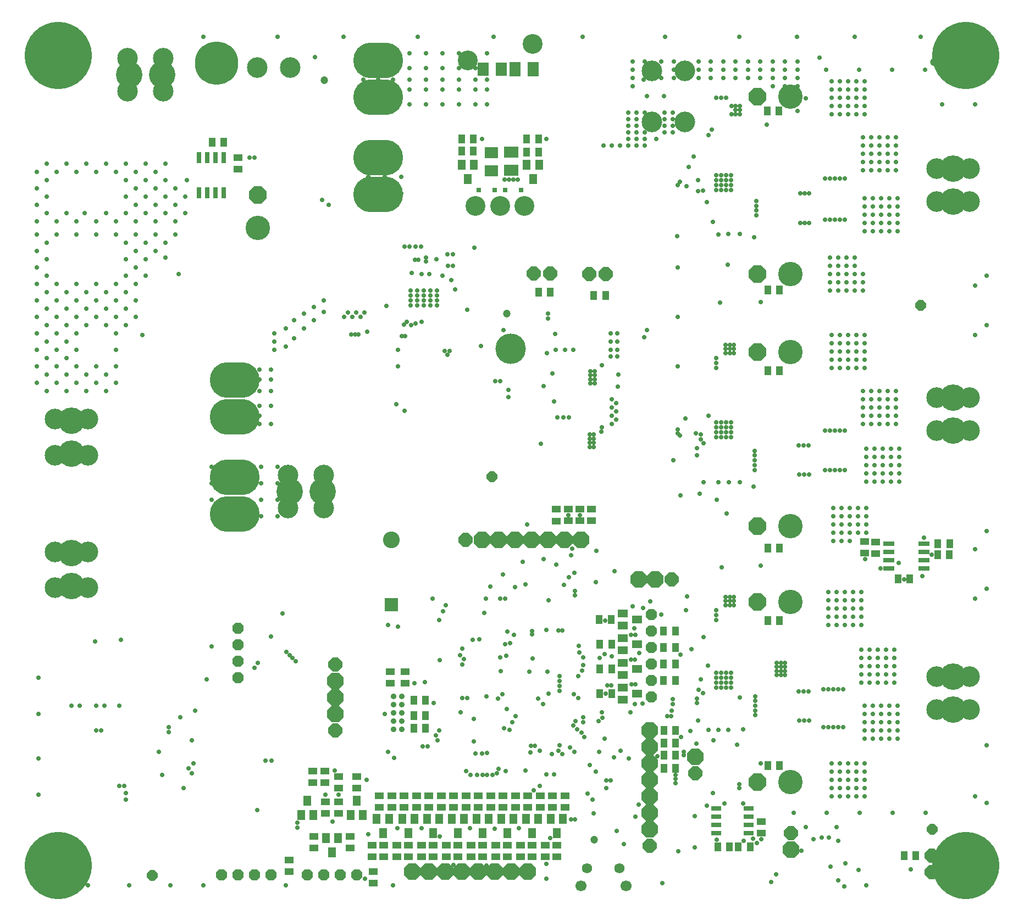
<source format=gbs>
G04*
G04 #@! TF.GenerationSoftware,Altium Limited,Altium Designer,19.0.11 (319)*
G04*
G04 Layer_Color=16711935*
%FSLAX25Y25*%
%MOIN*%
G70*
G01*
G75*
G04:AMPARAMS|DCode=109|XSize=47.37mil|YSize=47.37mil|CornerRadius=23.68mil|HoleSize=0mil|Usage=FLASHONLY|Rotation=0.000|XOffset=0mil|YOffset=0mil|HoleType=Round|Shape=RoundedRectangle|*
%AMROUNDEDRECTD109*
21,1,0.04737,0.00000,0,0,0.0*
21,1,0.00000,0.04737,0,0,0.0*
1,1,0.04737,0.00000,0.00000*
1,1,0.04737,0.00000,0.00000*
1,1,0.04737,0.00000,0.00000*
1,1,0.04737,0.00000,0.00000*
%
%ADD109ROUNDEDRECTD109*%
%ADD111R,0.06312X0.04737*%
%ADD117R,0.04737X0.06312*%
%ADD129R,0.05524X0.03950*%
%ADD130R,0.03950X0.05524*%
%ADD134C,0.02800*%
%ADD138P,0.07360X8X67.5*%
%ADD139P,0.11690X8X247.5*%
%ADD144P,0.07360X8X337.5*%
%ADD146P,0.11690X8X157.5*%
%ADD148P,0.09092X8X67.5*%
%ADD149P,0.09092X8X337.5*%
%ADD150R,0.08477X0.08477*%
%ADD154P,0.06866X8X67.5*%
%ADD197R,0.02965X0.06706*%
%ADD198R,0.07099X0.07887*%
%ADD199R,0.07099X0.08674*%
%ADD200R,0.07887X0.07099*%
%ADD201R,0.08674X0.07099*%
%ADD202R,0.06312X0.02847*%
%ADD203R,0.06706X0.02965*%
%ADD204R,0.03162X0.03162*%
%ADD205C,0.18422*%
%ADD206C,0.26296*%
%ADD207C,0.03524*%
%ADD208P,0.07360X8X67.5*%
%ADD209O,0.30236X0.21377*%
%ADD210C,0.12000*%
%ADD211C,0.12518*%
%ADD212C,0.40800*%
%ADD213P,0.07360X8X337.5*%
%ADD214C,0.16062*%
%ADD215C,0.14800*%
%ADD216P,0.10824X8X67.5*%
%ADD217P,0.10824X8X337.5*%
%ADD218C,0.10154*%
%ADD219C,0.06218*%
%ADD220C,0.06674*%
D109*
X383081Y53200D02*
D03*
X589066Y525200D02*
D03*
X330316Y372600D02*
D03*
X219631Y514270D02*
D03*
D111*
X409247Y186900D02*
D03*
X400585Y190640D02*
D03*
Y183160D02*
D03*
X409247Y171900D02*
D03*
X400585Y175640D02*
D03*
Y168160D02*
D03*
X409247Y156900D02*
D03*
X400585Y160640D02*
D03*
Y153160D02*
D03*
X409247Y141900D02*
D03*
X400585Y145640D02*
D03*
Y138160D02*
D03*
D117*
X360516Y57169D02*
D03*
X364256Y65831D02*
D03*
X356776D02*
D03*
X239216Y77131D02*
D03*
X235476Y68469D02*
D03*
X242956D02*
D03*
X209216Y77131D02*
D03*
X205476Y68469D02*
D03*
X212956D02*
D03*
X315516Y57169D02*
D03*
X319256Y65831D02*
D03*
X311776D02*
D03*
X220476Y54331D02*
D03*
X227956D02*
D03*
X224216Y45669D02*
D03*
X345516Y57169D02*
D03*
X349256Y65831D02*
D03*
X341776D02*
D03*
X346081Y454369D02*
D03*
X349821Y463031D02*
D03*
X342341D02*
D03*
X330516Y57169D02*
D03*
X334256Y65831D02*
D03*
X326776D02*
D03*
X306516Y454447D02*
D03*
X310256Y463109D02*
D03*
X302776D02*
D03*
X270516Y57169D02*
D03*
X274256Y65831D02*
D03*
X266776D02*
D03*
X285516Y57169D02*
D03*
X289256Y65831D02*
D03*
X281776D02*
D03*
X255081Y57200D02*
D03*
X258821Y65862D02*
D03*
X251341D02*
D03*
X300516Y57169D02*
D03*
X304256Y65831D02*
D03*
X296776D02*
D03*
D129*
X367516Y246857D02*
D03*
Y253943D02*
D03*
X313016Y72957D02*
D03*
Y80043D02*
D03*
X328016Y72957D02*
D03*
Y80043D02*
D03*
X553926Y226957D02*
D03*
Y234043D02*
D03*
X345516Y42957D02*
D03*
Y50043D02*
D03*
X220116Y76343D02*
D03*
Y69257D02*
D03*
X305516Y72957D02*
D03*
Y80043D02*
D03*
X249216Y26957D02*
D03*
Y34043D02*
D03*
X315516Y42957D02*
D03*
Y50043D02*
D03*
X167081Y460244D02*
D03*
Y467330D02*
D03*
X358016Y72957D02*
D03*
Y80043D02*
D03*
X350516Y72957D02*
D03*
Y80043D02*
D03*
X365516Y72957D02*
D03*
Y80043D02*
D03*
X547226Y234243D02*
D03*
Y227157D02*
D03*
X360516Y42957D02*
D03*
Y50043D02*
D03*
X235216Y48357D02*
D03*
Y55443D02*
D03*
X228316Y76343D02*
D03*
Y69257D02*
D03*
X198116Y41043D02*
D03*
Y33957D02*
D03*
X343016Y72957D02*
D03*
Y80043D02*
D03*
X360316Y253843D02*
D03*
Y246757D02*
D03*
X484726Y64443D02*
D03*
Y57357D02*
D03*
X323516Y50043D02*
D03*
Y42957D02*
D03*
X308516Y50043D02*
D03*
Y42957D02*
D03*
X283016Y72957D02*
D03*
Y80043D02*
D03*
X300516Y42957D02*
D03*
Y50043D02*
D03*
X278516D02*
D03*
Y42957D02*
D03*
X259516Y148357D02*
D03*
Y155443D02*
D03*
X335516Y72957D02*
D03*
Y80043D02*
D03*
X293516Y50043D02*
D03*
Y42957D02*
D03*
X228316Y91743D02*
D03*
Y84657D02*
D03*
X263516Y50043D02*
D03*
Y42957D02*
D03*
X268016Y72957D02*
D03*
Y80043D02*
D03*
X298016Y72957D02*
D03*
Y80043D02*
D03*
X320516Y72957D02*
D03*
Y80043D02*
D03*
X338516Y50043D02*
D03*
Y42957D02*
D03*
X330516D02*
D03*
Y50043D02*
D03*
X268716Y148357D02*
D03*
Y155443D02*
D03*
X275516Y72957D02*
D03*
Y80043D02*
D03*
X270516Y42957D02*
D03*
Y50043D02*
D03*
X219916Y95043D02*
D03*
Y87957D02*
D03*
X212716D02*
D03*
Y95043D02*
D03*
X239216Y84657D02*
D03*
Y91743D02*
D03*
X374516Y246857D02*
D03*
Y253943D02*
D03*
X290516Y72957D02*
D03*
Y80043D02*
D03*
X381616Y246857D02*
D03*
Y253943D02*
D03*
X285516Y42957D02*
D03*
Y50043D02*
D03*
X353516D02*
D03*
Y42957D02*
D03*
X260516Y72957D02*
D03*
Y80043D02*
D03*
X248516Y50043D02*
D03*
Y42957D02*
D03*
X255516D02*
D03*
Y50043D02*
D03*
X253016Y72957D02*
D03*
Y80043D02*
D03*
X213216Y55443D02*
D03*
Y48357D02*
D03*
D130*
X578159Y43500D02*
D03*
X571073D02*
D03*
X591673Y233110D02*
D03*
X598759D02*
D03*
X495659Y98300D02*
D03*
X488573D02*
D03*
X591573Y226410D02*
D03*
X598659D02*
D03*
X151495Y476700D02*
D03*
X158581D02*
D03*
X495559Y387100D02*
D03*
X488473D02*
D03*
X349427Y470700D02*
D03*
X342341D02*
D03*
X495659Y230300D02*
D03*
X488573D02*
D03*
X356624Y385700D02*
D03*
X349538D02*
D03*
X495659Y338100D02*
D03*
X488573D02*
D03*
X458283Y49000D02*
D03*
X465369D02*
D03*
X495659Y186400D02*
D03*
X488573D02*
D03*
X574669Y211500D02*
D03*
X567583D02*
D03*
X425583Y104600D02*
D03*
X432669D02*
D03*
X470683Y49000D02*
D03*
X477769D02*
D03*
X302776Y478778D02*
D03*
X309862D02*
D03*
X495159Y495600D02*
D03*
X488073D02*
D03*
X390112Y383700D02*
D03*
X383027D02*
D03*
X425483Y96700D02*
D03*
X432569D02*
D03*
X425483Y112000D02*
D03*
X432569D02*
D03*
X393759Y171900D02*
D03*
X386673D02*
D03*
X425373Y169900D02*
D03*
X432459D02*
D03*
X281059Y138000D02*
D03*
X273973D02*
D03*
X425373Y179900D02*
D03*
X432459D02*
D03*
X342341Y478700D02*
D03*
X349427D02*
D03*
X432459Y159900D02*
D03*
X425373D02*
D03*
X393459Y186900D02*
D03*
X386373D02*
D03*
X309862Y471278D02*
D03*
X302776D02*
D03*
X281059Y121100D02*
D03*
X273973D02*
D03*
X432569Y119700D02*
D03*
X425483D02*
D03*
X273973Y128600D02*
D03*
X281059D02*
D03*
X393759Y141900D02*
D03*
X386673D02*
D03*
X393759Y156900D02*
D03*
X386673D02*
D03*
X432459Y149900D02*
D03*
X425373D02*
D03*
D134*
X583916Y520700D02*
D03*
X561316Y464800D02*
D03*
Y479800D02*
D03*
X552316Y432800D02*
D03*
Y422800D02*
D03*
X561316Y320800D02*
D03*
Y310800D02*
D03*
X553316Y280800D02*
D03*
X568316D02*
D03*
X553316Y270800D02*
D03*
X568316D02*
D03*
X560316Y168800D02*
D03*
Y158800D02*
D03*
X552316Y119800D02*
D03*
Y134800D02*
D03*
X520016Y528000D02*
D03*
X537316Y503800D02*
D03*
X543916Y520700D02*
D03*
X529316Y454800D02*
D03*
X536316Y406800D02*
D03*
Y391800D02*
D03*
X537316Y344800D02*
D03*
Y359800D02*
D03*
X528316Y239800D02*
D03*
Y254800D02*
D03*
X545316Y183800D02*
D03*
Y198800D02*
D03*
X528316Y144800D02*
D03*
X545316Y168800D02*
D03*
Y158800D02*
D03*
X537316Y79800D02*
D03*
Y94800D02*
D03*
X521116Y54600D02*
D03*
X535416Y39100D02*
D03*
X511416Y503200D02*
D03*
X487816Y487400D02*
D03*
X496416Y160700D02*
D03*
X513216Y143300D02*
D03*
X496416Y158200D02*
D03*
X457316Y503800D02*
D03*
X471416Y496200D02*
D03*
X457316Y447800D02*
D03*
Y456800D02*
D03*
X481606Y432300D02*
D03*
Y438100D02*
D03*
X457316Y342800D02*
D03*
X465416Y351200D02*
D03*
X457316Y303800D02*
D03*
X480716Y280500D02*
D03*
X465016Y270200D02*
D03*
X471716Y270300D02*
D03*
X480716Y286500D02*
D03*
X457316Y192800D02*
D03*
X465416Y200700D02*
D03*
Y198200D02*
D03*
X457316Y151800D02*
D03*
X464516Y119900D02*
D03*
X473716Y120300D02*
D03*
X480916Y134500D02*
D03*
X425716Y504700D02*
D03*
X425916Y494700D02*
D03*
X431416Y520700D02*
D03*
X425916Y486700D02*
D03*
X449116Y447200D02*
D03*
X433916Y400700D02*
D03*
X447916Y296400D02*
D03*
X449716Y270200D02*
D03*
Y176400D02*
D03*
X449116Y142200D02*
D03*
X447916Y150600D02*
D03*
X441516Y119300D02*
D03*
X434116Y46200D02*
D03*
X408916Y494700D02*
D03*
Y486700D02*
D03*
Y478700D02*
D03*
X393916Y320700D02*
D03*
Y310700D02*
D03*
X408016Y135800D02*
D03*
X359916Y350700D02*
D03*
X359416Y360200D02*
D03*
X383416Y335200D02*
D03*
X376616Y159400D02*
D03*
X376516Y127600D02*
D03*
X375616Y118300D02*
D03*
X384116Y94700D02*
D03*
X352416Y328700D02*
D03*
X352516Y223650D02*
D03*
X327916Y214200D02*
D03*
X329116Y199800D02*
D03*
X335716Y128200D02*
D03*
X345016Y110400D02*
D03*
X329516Y95100D02*
D03*
X354116Y38700D02*
D03*
X297716Y408500D02*
D03*
X295716Y350100D02*
D03*
X320316Y206900D02*
D03*
X305416Y95100D02*
D03*
X281216Y406500D02*
D03*
X271916Y383700D02*
D03*
X279916D02*
D03*
X287916D02*
D03*
X264081Y350700D02*
D03*
X263081Y317700D02*
D03*
X264216Y182500D02*
D03*
X289416Y55300D02*
D03*
X226016Y95400D02*
D03*
X224416Y64400D02*
D03*
X584316Y69800D02*
D03*
X561316Y474800D02*
D03*
Y469800D02*
D03*
Y459800D02*
D03*
X552316Y442800D02*
D03*
Y437800D02*
D03*
Y427800D02*
D03*
X561316Y325800D02*
D03*
Y315800D02*
D03*
Y305800D02*
D03*
X553316Y290800D02*
D03*
X568316D02*
D03*
X553316Y285800D02*
D03*
X568316D02*
D03*
X553316Y275800D02*
D03*
X568316D02*
D03*
X567916Y221400D02*
D03*
X560316Y163800D02*
D03*
Y153800D02*
D03*
Y148800D02*
D03*
X552316Y129800D02*
D03*
Y124800D02*
D03*
Y114800D02*
D03*
X537316Y513800D02*
D03*
Y508800D02*
D03*
Y498800D02*
D03*
Y493800D02*
D03*
X529316Y429800D02*
D03*
X536316Y401800D02*
D03*
Y396800D02*
D03*
Y386800D02*
D03*
X537316Y354800D02*
D03*
Y349800D02*
D03*
Y339800D02*
D03*
X529316Y301800D02*
D03*
Y277800D02*
D03*
X528316Y249800D02*
D03*
Y244800D02*
D03*
Y234800D02*
D03*
X545316Y203800D02*
D03*
Y193800D02*
D03*
Y188800D02*
D03*
Y163800D02*
D03*
Y153800D02*
D03*
Y148800D02*
D03*
X528316Y121800D02*
D03*
X537316Y99800D02*
D03*
Y89800D02*
D03*
Y84800D02*
D03*
X544316Y69800D02*
D03*
X543716Y35100D02*
D03*
X513416Y445700D02*
D03*
X513616Y427800D02*
D03*
X513316Y292800D02*
D03*
X513416Y275000D02*
D03*
X496416Y155700D02*
D03*
Y153200D02*
D03*
X513416Y125500D02*
D03*
X504316Y69800D02*
D03*
X511716Y60900D02*
D03*
X471416Y498700D02*
D03*
Y493700D02*
D03*
X457316Y450800D02*
D03*
Y453800D02*
D03*
X481706Y441000D02*
D03*
X481606Y435200D02*
D03*
X480116Y418900D02*
D03*
X464516Y420900D02*
D03*
X471716Y421100D02*
D03*
X464116Y402400D02*
D03*
X465416Y353700D02*
D03*
X457316Y345800D02*
D03*
X465416Y348700D02*
D03*
X457316Y339800D02*
D03*
Y306800D02*
D03*
Y297800D02*
D03*
Y300800D02*
D03*
X480716Y289400D02*
D03*
Y283500D02*
D03*
Y277800D02*
D03*
X480016Y267800D02*
D03*
X457416Y259800D02*
D03*
X463416Y251400D02*
D03*
X465416Y195700D02*
D03*
X457316Y186800D02*
D03*
Y189800D02*
D03*
Y154800D02*
D03*
Y145800D02*
D03*
Y148800D02*
D03*
X471516Y139800D02*
D03*
X480916Y140300D02*
D03*
Y137500D02*
D03*
Y131500D02*
D03*
Y129000D02*
D03*
X455716Y113500D02*
D03*
X481816Y51300D02*
D03*
X457516Y53400D02*
D03*
X473816Y52800D02*
D03*
X479616Y54000D02*
D03*
X423916Y525700D02*
D03*
X431416D02*
D03*
X423916Y515700D02*
D03*
X431416D02*
D03*
X425916Y490700D02*
D03*
Y482700D02*
D03*
X433616Y419600D02*
D03*
X433916Y370700D02*
D03*
Y340700D02*
D03*
X447816Y299400D02*
D03*
X449716Y294000D02*
D03*
X439616Y201000D02*
D03*
X423916Y190000D02*
D03*
X432616Y90200D02*
D03*
X424516Y27000D02*
D03*
X408916Y490700D02*
D03*
Y482700D02*
D03*
X393916Y474700D02*
D03*
X408916D02*
D03*
X393916Y315700D02*
D03*
Y305700D02*
D03*
X417316Y198000D02*
D03*
X407416Y181800D02*
D03*
X407816Y162550D02*
D03*
X393816Y164500D02*
D03*
X393216Y89200D02*
D03*
X408316Y67200D02*
D03*
X401216Y50700D02*
D03*
X383416Y337700D02*
D03*
Y330200D02*
D03*
Y332700D02*
D03*
X367516Y250400D02*
D03*
X369116Y225900D02*
D03*
X369916Y229900D02*
D03*
X384516Y228800D02*
D03*
X360316Y220200D02*
D03*
X384316Y209800D02*
D03*
X367816Y212800D02*
D03*
X376716Y163900D02*
D03*
X375816Y156100D02*
D03*
X376516Y124800D02*
D03*
X385916Y125400D02*
D03*
X361616Y107400D02*
D03*
X368716Y109200D02*
D03*
X329216Y172100D02*
D03*
X345916Y163400D02*
D03*
X329916Y164900D02*
D03*
X343916Y155400D02*
D03*
X344416Y106200D02*
D03*
X337516Y60400D02*
D03*
X297616Y401500D02*
D03*
X296616Y392900D02*
D03*
X304216Y163100D02*
D03*
X306081Y139300D02*
D03*
X312216Y92500D02*
D03*
X321416D02*
D03*
X298016Y37900D02*
D03*
X281216Y404400D02*
D03*
X287416Y405500D02*
D03*
X272416Y397200D02*
D03*
X271916Y386700D02*
D03*
X279916D02*
D03*
X287916D02*
D03*
X271916Y377700D02*
D03*
X279916D02*
D03*
X287916D02*
D03*
X271916Y380700D02*
D03*
X279916D02*
D03*
X287916D02*
D03*
X272316Y365800D02*
D03*
X289316Y186500D02*
D03*
X289616Y162200D02*
D03*
X280616Y149100D02*
D03*
X263916Y60300D02*
D03*
X257316Y377400D02*
D03*
X241416Y370700D02*
D03*
X233916Y373200D02*
D03*
X231416Y370700D02*
D03*
X614316Y359800D02*
D03*
Y199800D02*
D03*
Y79800D02*
D03*
X563916Y520700D02*
D03*
X566316Y464800D02*
D03*
Y479800D02*
D03*
X562316Y432800D02*
D03*
X567316D02*
D03*
X562316Y422800D02*
D03*
X567316D02*
D03*
X566316Y320800D02*
D03*
Y310800D02*
D03*
X563316Y280800D02*
D03*
Y270800D02*
D03*
X565316Y168800D02*
D03*
Y158800D02*
D03*
X562316Y119800D02*
D03*
Y134800D02*
D03*
X567316Y119800D02*
D03*
Y134800D02*
D03*
X556316Y464800D02*
D03*
Y479800D02*
D03*
X557316Y422800D02*
D03*
X556316Y320800D02*
D03*
Y310800D02*
D03*
X558316Y280800D02*
D03*
Y270800D02*
D03*
X555316Y168800D02*
D03*
Y158800D02*
D03*
X557316Y119800D02*
D03*
Y134800D02*
D03*
X547316Y503800D02*
D03*
X546316Y464800D02*
D03*
Y479800D02*
D03*
X551316Y464800D02*
D03*
Y479800D02*
D03*
X547316Y432800D02*
D03*
Y422800D02*
D03*
X546316Y391800D02*
D03*
X547316Y344800D02*
D03*
Y359800D02*
D03*
X546316Y320800D02*
D03*
Y310800D02*
D03*
X551316Y320800D02*
D03*
Y310800D02*
D03*
X548316Y280800D02*
D03*
Y270800D02*
D03*
Y239800D02*
D03*
Y254800D02*
D03*
X547426Y223500D02*
D03*
X550316Y168800D02*
D03*
Y158800D02*
D03*
X547316Y119800D02*
D03*
Y134800D02*
D03*
Y79800D02*
D03*
Y94800D02*
D03*
X542316Y503800D02*
D03*
X541316Y406800D02*
D03*
Y391800D02*
D03*
X542316Y344800D02*
D03*
Y359800D02*
D03*
X538316Y239800D02*
D03*
Y254800D02*
D03*
X543316Y239800D02*
D03*
Y254800D02*
D03*
X540316Y183800D02*
D03*
Y198800D02*
D03*
X542316Y79800D02*
D03*
Y94800D02*
D03*
X532316Y503800D02*
D03*
Y454800D02*
D03*
X535316D02*
D03*
X531316Y406800D02*
D03*
Y391800D02*
D03*
X532316Y344800D02*
D03*
Y359800D02*
D03*
X533316Y239800D02*
D03*
Y254800D02*
D03*
X530316Y183800D02*
D03*
Y198800D02*
D03*
X535316Y183800D02*
D03*
Y198800D02*
D03*
X531316Y144800D02*
D03*
X534316D02*
D03*
X532316Y79800D02*
D03*
Y94800D02*
D03*
X523916Y520700D02*
D03*
X527316Y503800D02*
D03*
X523316Y454800D02*
D03*
X526316D02*
D03*
Y406800D02*
D03*
Y391800D02*
D03*
X527316Y344800D02*
D03*
Y359800D02*
D03*
X525316Y183800D02*
D03*
Y198800D02*
D03*
X522316Y144800D02*
D03*
X525316D02*
D03*
X527316Y79800D02*
D03*
Y94800D02*
D03*
X525416Y54700D02*
D03*
X506416Y495700D02*
D03*
Y520700D02*
D03*
Y510700D02*
D03*
X507216Y143300D02*
D03*
X510216D02*
D03*
X509016Y46600D02*
D03*
X498916Y520700D02*
D03*
Y510700D02*
D03*
Y160700D02*
D03*
Y158200D02*
D03*
X491416Y520700D02*
D03*
Y510700D02*
D03*
X493916Y160700D02*
D03*
Y158200D02*
D03*
X493516Y32300D02*
D03*
X483916Y520700D02*
D03*
X476416D02*
D03*
X468916Y496200D02*
D03*
Y520700D02*
D03*
X466316Y447800D02*
D03*
Y456800D02*
D03*
X467916Y351200D02*
D03*
X466316Y303800D02*
D03*
X467916Y200700D02*
D03*
Y198200D02*
D03*
X466316Y151800D02*
D03*
X469916Y111000D02*
D03*
X460316Y503800D02*
D03*
X463316D02*
D03*
X461416Y520700D02*
D03*
X460316Y447800D02*
D03*
Y456800D02*
D03*
X463316Y447800D02*
D03*
Y456800D02*
D03*
X462916Y351200D02*
D03*
X460316Y303800D02*
D03*
X463316D02*
D03*
X458616Y270200D02*
D03*
X462916Y200700D02*
D03*
Y198200D02*
D03*
X460316Y151800D02*
D03*
X463316D02*
D03*
X458716Y119900D02*
D03*
X453916Y520700D02*
D03*
X451516Y440400D02*
D03*
X452716Y310800D02*
D03*
X452116Y159000D02*
D03*
X452516Y119900D02*
D03*
X446416Y520700D02*
D03*
X446116Y447000D02*
D03*
X445516Y286800D02*
D03*
X447316Y263400D02*
D03*
X446716Y144200D02*
D03*
X445316Y111700D02*
D03*
X445516Y136300D02*
D03*
X435616Y262400D02*
D03*
X438916Y192500D02*
D03*
X430916Y494700D02*
D03*
Y486700D02*
D03*
X427716Y128400D02*
D03*
X430816Y135600D02*
D03*
X420916Y478700D02*
D03*
X415216Y504700D02*
D03*
X413916Y494700D02*
D03*
Y478700D02*
D03*
X413416Y358400D02*
D03*
X410416Y166600D02*
D03*
X412516Y136000D02*
D03*
X403916Y494700D02*
D03*
X406416Y520700D02*
D03*
Y510700D02*
D03*
X403916Y486700D02*
D03*
Y478700D02*
D03*
X397916Y335700D02*
D03*
X396416Y318200D02*
D03*
X397616Y328200D02*
D03*
X395516Y216200D02*
D03*
X387916Y303700D02*
D03*
X388116Y127400D02*
D03*
X380916Y335200D02*
D03*
X380416Y296700D02*
D03*
Y294200D02*
D03*
X382916D02*
D03*
X370416Y350700D02*
D03*
X371116Y215400D02*
D03*
X373716Y152800D02*
D03*
X374216Y167000D02*
D03*
X373016Y120400D02*
D03*
X365416Y350700D02*
D03*
X365016Y208100D02*
D03*
X362216Y110700D02*
D03*
X357916Y336200D02*
D03*
X358916Y319200D02*
D03*
X355516Y198600D02*
D03*
Y142100D02*
D03*
X356416Y54200D02*
D03*
X350316Y86100D02*
D03*
X341716Y208400D02*
D03*
Y95400D02*
D03*
X331316Y326200D02*
D03*
X335216Y206800D02*
D03*
X331816Y120000D02*
D03*
X315316Y478800D02*
D03*
X326116Y199800D02*
D03*
X316516Y191000D02*
D03*
X317716Y199800D02*
D03*
X306216Y375000D02*
D03*
X303216Y159600D02*
D03*
X294316Y408500D02*
D03*
X292516Y350100D02*
D03*
X291716Y191900D02*
D03*
X283916Y383700D02*
D03*
X286016Y136400D02*
D03*
X275916Y383700D02*
D03*
X274916Y366600D02*
D03*
X278516Y367600D02*
D03*
X256081Y129700D02*
D03*
X246316Y56500D02*
D03*
X238116Y360100D02*
D03*
X228316Y80600D02*
D03*
X220116D02*
D03*
X213916Y528200D02*
D03*
X203116Y63500D02*
D03*
X178916Y71200D02*
D03*
X614316Y499800D02*
D03*
Y389800D02*
D03*
Y229800D02*
D03*
X594316Y499800D02*
D03*
X582226Y213400D02*
D03*
X571116Y211200D02*
D03*
X575216Y35200D02*
D03*
X566316Y474800D02*
D03*
Y469800D02*
D03*
Y459800D02*
D03*
X562316Y442800D02*
D03*
X567316D02*
D03*
X562316Y437800D02*
D03*
X567316D02*
D03*
X562316Y427800D02*
D03*
X567316D02*
D03*
X566316Y325800D02*
D03*
Y315800D02*
D03*
Y305800D02*
D03*
X563316Y290800D02*
D03*
Y285800D02*
D03*
Y275800D02*
D03*
X565316Y163800D02*
D03*
Y153800D02*
D03*
Y148800D02*
D03*
X562316Y129800D02*
D03*
X567316D02*
D03*
X562316Y124800D02*
D03*
X567316D02*
D03*
X562316Y114800D02*
D03*
X567316D02*
D03*
X564316Y69800D02*
D03*
X556316Y474800D02*
D03*
Y469800D02*
D03*
Y459800D02*
D03*
X557316Y442800D02*
D03*
Y437800D02*
D03*
Y427800D02*
D03*
X556316Y325800D02*
D03*
Y315800D02*
D03*
Y305800D02*
D03*
X558316Y290800D02*
D03*
Y285800D02*
D03*
Y275800D02*
D03*
X556926Y218000D02*
D03*
X555316Y163800D02*
D03*
Y153800D02*
D03*
Y148800D02*
D03*
X557316Y129800D02*
D03*
Y124800D02*
D03*
Y114800D02*
D03*
X547316Y513800D02*
D03*
Y508800D02*
D03*
Y498800D02*
D03*
Y493800D02*
D03*
X546316Y474800D02*
D03*
X551316D02*
D03*
X546316Y469800D02*
D03*
X551316D02*
D03*
X546316Y459800D02*
D03*
X551316D02*
D03*
X547316Y442800D02*
D03*
Y437800D02*
D03*
Y427800D02*
D03*
X546316Y396800D02*
D03*
Y386800D02*
D03*
X547316Y354800D02*
D03*
Y349800D02*
D03*
Y339800D02*
D03*
X546316Y325800D02*
D03*
X551316D02*
D03*
X546316Y315800D02*
D03*
X551316D02*
D03*
X546316Y305800D02*
D03*
X551316D02*
D03*
X548316Y290800D02*
D03*
Y285800D02*
D03*
Y275800D02*
D03*
Y249800D02*
D03*
Y244800D02*
D03*
X550316Y163800D02*
D03*
Y153800D02*
D03*
Y148800D02*
D03*
X547316Y129800D02*
D03*
Y124800D02*
D03*
Y114800D02*
D03*
Y99800D02*
D03*
Y89800D02*
D03*
Y84800D02*
D03*
X548216Y25500D02*
D03*
X542316Y513800D02*
D03*
Y508800D02*
D03*
Y498800D02*
D03*
Y493800D02*
D03*
X541316Y401800D02*
D03*
Y396800D02*
D03*
Y386800D02*
D03*
X542316Y354800D02*
D03*
Y349800D02*
D03*
Y339800D02*
D03*
X538316Y249800D02*
D03*
X543316D02*
D03*
X538316Y244800D02*
D03*
X543316D02*
D03*
X538316Y234800D02*
D03*
X540316Y203800D02*
D03*
Y193800D02*
D03*
Y188800D02*
D03*
X542316Y99800D02*
D03*
Y89800D02*
D03*
Y84800D02*
D03*
X532316Y513800D02*
D03*
Y508800D02*
D03*
Y498800D02*
D03*
Y493800D02*
D03*
Y429800D02*
D03*
X535316D02*
D03*
X531316Y401800D02*
D03*
Y396800D02*
D03*
Y386800D02*
D03*
X532316Y354800D02*
D03*
Y349800D02*
D03*
Y339800D02*
D03*
Y301800D02*
D03*
X535316D02*
D03*
X532316Y277800D02*
D03*
X535316D02*
D03*
X533316Y249800D02*
D03*
Y244800D02*
D03*
Y234800D02*
D03*
X530316Y203800D02*
D03*
X535316D02*
D03*
X530316Y193800D02*
D03*
X535316D02*
D03*
X530316Y188800D02*
D03*
X535316D02*
D03*
X531316Y121800D02*
D03*
X534316D02*
D03*
X532316Y99800D02*
D03*
Y89800D02*
D03*
Y84800D02*
D03*
X530316Y61000D02*
D03*
X531316Y52700D02*
D03*
X531216Y28700D02*
D03*
X534916Y25100D02*
D03*
X527316Y513800D02*
D03*
Y508800D02*
D03*
Y498800D02*
D03*
Y493800D02*
D03*
X523316Y429800D02*
D03*
X526316D02*
D03*
Y401800D02*
D03*
Y396800D02*
D03*
Y386800D02*
D03*
X527316Y354800D02*
D03*
Y349800D02*
D03*
Y339800D02*
D03*
X523316Y301800D02*
D03*
X526316D02*
D03*
X523316Y277800D02*
D03*
X526316D02*
D03*
X525316Y203800D02*
D03*
Y193800D02*
D03*
Y188800D02*
D03*
X522316Y121800D02*
D03*
X525316D02*
D03*
X527316Y99800D02*
D03*
Y89800D02*
D03*
Y84800D02*
D03*
X524316Y69800D02*
D03*
X526416Y36900D02*
D03*
X516316Y53700D02*
D03*
X506416Y525700D02*
D03*
Y515700D02*
D03*
X508116Y445700D02*
D03*
X510816D02*
D03*
X508316Y427800D02*
D03*
X511016D02*
D03*
X507316Y292800D02*
D03*
X510316D02*
D03*
X507416Y275000D02*
D03*
X510416D02*
D03*
X507416Y125500D02*
D03*
X510416D02*
D03*
X498916Y525700D02*
D03*
Y515700D02*
D03*
Y155700D02*
D03*
Y153200D02*
D03*
X491416Y525700D02*
D03*
Y515700D02*
D03*
X493916Y155700D02*
D03*
Y153200D02*
D03*
X490516Y27600D02*
D03*
X483916Y525700D02*
D03*
Y515700D02*
D03*
X484316Y379800D02*
D03*
Y219800D02*
D03*
Y99800D02*
D03*
X484516Y53700D02*
D03*
X476416Y525700D02*
D03*
Y515700D02*
D03*
X468916Y525700D02*
D03*
Y515700D02*
D03*
X466416Y498700D02*
D03*
X468916D02*
D03*
X466416Y493700D02*
D03*
X468916D02*
D03*
X466316Y450800D02*
D03*
Y453800D02*
D03*
X467916Y353700D02*
D03*
Y348700D02*
D03*
X466316Y306800D02*
D03*
Y297800D02*
D03*
Y300800D02*
D03*
X467916Y195700D02*
D03*
X466316Y154800D02*
D03*
Y145800D02*
D03*
Y148800D02*
D03*
X461416Y525700D02*
D03*
Y515700D02*
D03*
X460316Y450800D02*
D03*
Y453800D02*
D03*
X463316Y450800D02*
D03*
Y453800D02*
D03*
X458616Y420800D02*
D03*
X459616Y379200D02*
D03*
X462916Y353700D02*
D03*
Y348700D02*
D03*
X460316Y306800D02*
D03*
X463316D02*
D03*
X460316Y297800D02*
D03*
Y300800D02*
D03*
X463316Y297800D02*
D03*
Y300800D02*
D03*
X460416Y218500D02*
D03*
X462916Y195700D02*
D03*
X460316Y154800D02*
D03*
X463316D02*
D03*
X460316Y145800D02*
D03*
Y148800D02*
D03*
X463316Y145800D02*
D03*
Y148800D02*
D03*
X462116Y75200D02*
D03*
X453916Y525700D02*
D03*
Y515700D02*
D03*
X452616Y481100D02*
D03*
X454616Y484400D02*
D03*
X455316Y428400D02*
D03*
Y81800D02*
D03*
X451716Y73900D02*
D03*
X446416Y525700D02*
D03*
Y515700D02*
D03*
X443716Y467850D02*
D03*
X446116Y453600D02*
D03*
X444916Y300000D02*
D03*
X445516Y291000D02*
D03*
X442316Y169000D02*
D03*
X446116Y125800D02*
D03*
X439116Y450000D02*
D03*
X438716Y309000D02*
D03*
X435716Y165500D02*
D03*
X435816Y115800D02*
D03*
X430916Y490700D02*
D03*
Y482700D02*
D03*
X431216Y283600D02*
D03*
X430816Y138600D02*
D03*
X430116Y131700D02*
D03*
X413916Y525700D02*
D03*
X413081Y514700D02*
D03*
X413916Y482700D02*
D03*
Y474700D02*
D03*
X415116Y362700D02*
D03*
X412916Y193900D02*
D03*
X410216Y74700D02*
D03*
X406416Y525700D02*
D03*
Y515700D02*
D03*
X403916Y490700D02*
D03*
Y482700D02*
D03*
Y474700D02*
D03*
X406716Y194900D02*
D03*
X405316Y130600D02*
D03*
X398916Y474700D02*
D03*
X396416Y313200D02*
D03*
Y308200D02*
D03*
X396916Y58800D02*
D03*
X388916Y474700D02*
D03*
X387916Y341200D02*
D03*
X387616Y300900D02*
D03*
X389916Y186400D02*
D03*
X386616Y163500D02*
D03*
X389516Y166000D02*
D03*
X390216Y141900D02*
D03*
X387916Y130500D02*
D03*
X390416Y89200D02*
D03*
Y84600D02*
D03*
X380916Y337700D02*
D03*
Y330200D02*
D03*
Y332700D02*
D03*
X380416Y291700D02*
D03*
Y98500D02*
D03*
X379216Y81400D02*
D03*
X382316Y77500D02*
D03*
X382816Y69400D02*
D03*
X374516Y250400D02*
D03*
X371516Y204300D02*
D03*
X371416Y201600D02*
D03*
X374016Y170900D02*
D03*
X370916Y141600D02*
D03*
X373716Y139200D02*
D03*
X370516Y122600D02*
D03*
X372016Y125200D02*
D03*
X371116Y106800D02*
D03*
X363816Y105200D02*
D03*
X354416Y348700D02*
D03*
X354216Y180700D02*
D03*
X354816Y155400D02*
D03*
X357416Y105200D02*
D03*
X354316Y93000D02*
D03*
X358816D02*
D03*
X354316Y29800D02*
D03*
X350116Y107200D02*
D03*
X346716Y83200D02*
D03*
X342616Y244800D02*
D03*
X339916Y222000D02*
D03*
X331216Y321900D02*
D03*
X330616Y179700D02*
D03*
X334716Y177800D02*
D03*
X332316Y172800D02*
D03*
X333616Y124700D02*
D03*
X326116Y164000D02*
D03*
X326416Y155700D02*
D03*
X322816Y60100D02*
D03*
X328081Y362700D02*
D03*
X314716Y353000D02*
D03*
X318016Y140300D02*
D03*
X315516Y92500D02*
D03*
X318316D02*
D03*
X318016Y37800D02*
D03*
X308116Y92500D02*
D03*
X308016Y60200D02*
D03*
X299016Y387300D02*
D03*
X303166Y139300D02*
D03*
X294416Y401500D02*
D03*
X291116Y395600D02*
D03*
X294116Y347800D02*
D03*
X293216Y195500D02*
D03*
X283216Y396800D02*
D03*
X283916Y386700D02*
D03*
Y377700D02*
D03*
Y380700D02*
D03*
X274916Y413400D02*
D03*
X278216D02*
D03*
X274616Y405400D02*
D03*
X276716D02*
D03*
X278716Y396700D02*
D03*
X275916Y386700D02*
D03*
Y377700D02*
D03*
Y380700D02*
D03*
X274316Y148300D02*
D03*
X278516Y60400D02*
D03*
X268116Y413200D02*
D03*
X271316Y413300D02*
D03*
X243916Y373200D02*
D03*
X245716Y361500D02*
D03*
X245316Y89600D02*
D03*
X244316Y29800D02*
D03*
X236416Y370700D02*
D03*
X238916Y373200D02*
D03*
X203081Y60700D02*
D03*
X337016Y454000D02*
D03*
X328816D02*
D03*
X331616D02*
D03*
X334216D02*
D03*
X354081Y478700D02*
D03*
X109081Y359700D02*
D03*
X268081Y313700D02*
D03*
X264081Y340700D02*
D03*
X310716Y412800D02*
D03*
X302016Y165300D02*
D03*
X303116Y169300D02*
D03*
X313416Y175000D02*
D03*
X325116Y96200D02*
D03*
X583316Y236600D02*
D03*
X309716Y174600D02*
D03*
X324116Y93500D02*
D03*
X588016Y226200D02*
D03*
X174081Y467330D02*
D03*
X177081D02*
D03*
X218081Y441700D02*
D03*
X222081Y438700D02*
D03*
X131081Y396700D02*
D03*
X95081Y86094D02*
D03*
X121081Y92700D02*
D03*
X134081Y84700D02*
D03*
X125081Y118700D02*
D03*
X183816Y101200D02*
D03*
X395116Y103200D02*
D03*
X352216Y135600D02*
D03*
X404116Y102600D02*
D03*
X399316Y107400D02*
D03*
X349316Y139000D02*
D03*
X140081Y99700D02*
D03*
X137081Y96700D02*
D03*
X119081Y106700D02*
D03*
X386081D02*
D03*
X377116Y115800D02*
D03*
X389716Y114600D02*
D03*
X318316Y106000D02*
D03*
X310081Y112968D02*
D03*
X330334Y132782D02*
D03*
X311081Y105700D02*
D03*
X315081D02*
D03*
X310081Y126700D02*
D03*
X328416Y121000D02*
D03*
X325016Y138900D02*
D03*
X327616Y141800D02*
D03*
X139081Y113700D02*
D03*
Y93700D02*
D03*
X125081Y121700D02*
D03*
X285216Y199600D02*
D03*
X258081Y183700D02*
D03*
X362316Y152600D02*
D03*
Y149700D02*
D03*
Y146800D02*
D03*
Y143600D02*
D03*
X196566Y167216D02*
D03*
X179081Y160700D02*
D03*
X80531Y173700D02*
D03*
X177081Y157700D02*
D03*
X258081Y106700D02*
D03*
X262016Y103000D02*
D03*
X81081Y119700D02*
D03*
X84081D02*
D03*
X141081Y131700D02*
D03*
X132081Y127700D02*
D03*
X71081Y134700D02*
D03*
X151081Y170700D02*
D03*
X148081Y150700D02*
D03*
X95081Y134700D02*
D03*
X86081D02*
D03*
X81081D02*
D03*
X66081D02*
D03*
X96081Y174700D02*
D03*
X45081Y458700D02*
D03*
Y448700D02*
D03*
Y438700D02*
D03*
Y428700D02*
D03*
X51081Y463700D02*
D03*
Y453700D02*
D03*
Y443700D02*
D03*
Y433700D02*
D03*
X57081Y428700D02*
D03*
Y458700D02*
D03*
X63081Y463700D02*
D03*
Y433700D02*
D03*
X69081Y428700D02*
D03*
Y458700D02*
D03*
X75081Y463700D02*
D03*
X74081Y433700D02*
D03*
X81081Y428700D02*
D03*
X87081Y433700D02*
D03*
X93081Y428700D02*
D03*
X99081Y433700D02*
D03*
X81081Y458700D02*
D03*
X87081Y463700D02*
D03*
X93081Y458700D02*
D03*
X99081Y463700D02*
D03*
Y453700D02*
D03*
Y443700D02*
D03*
X105081Y428700D02*
D03*
X111081Y433700D02*
D03*
X117081Y428700D02*
D03*
X123081Y433700D02*
D03*
X129081Y428700D02*
D03*
X105081Y438700D02*
D03*
Y448700D02*
D03*
Y458700D02*
D03*
X111081Y443700D02*
D03*
Y453700D02*
D03*
Y463700D02*
D03*
X117081Y458700D02*
D03*
Y448700D02*
D03*
Y438700D02*
D03*
X123081Y443700D02*
D03*
Y453700D02*
D03*
Y463700D02*
D03*
X129081Y438700D02*
D03*
Y448700D02*
D03*
X135081Y433700D02*
D03*
Y443700D02*
D03*
X136081Y453700D02*
D03*
X364416Y309700D02*
D03*
X360916D02*
D03*
X367916D02*
D03*
X380416Y299200D02*
D03*
X382916Y296700D02*
D03*
Y291700D02*
D03*
X350897Y293600D02*
D03*
X382916Y299200D02*
D03*
X194081Y190700D02*
D03*
X198404Y165377D02*
D03*
X202081Y161700D02*
D03*
X200242Y163539D02*
D03*
X302081Y130700D02*
D03*
X289081Y119700D02*
D03*
X187081Y176700D02*
D03*
X444081Y67700D02*
D03*
Y48700D02*
D03*
X473716Y75300D02*
D03*
X326081Y331700D02*
D03*
X323081D02*
D03*
X355081Y369700D02*
D03*
Y372700D02*
D03*
X187416Y101200D02*
D03*
X279081Y109900D02*
D03*
X287081Y116700D02*
D03*
X288081Y113700D02*
D03*
X282066Y109900D02*
D03*
X361416Y180350D02*
D03*
X98081Y86094D02*
D03*
X99081Y81700D02*
D03*
Y77700D02*
D03*
X393081Y360700D02*
D03*
X397081D02*
D03*
X393081Y355700D02*
D03*
X397081D02*
D03*
X393081Y350700D02*
D03*
X397081D02*
D03*
X393081Y346700D02*
D03*
X397081D02*
D03*
X240316Y360100D02*
D03*
X236016D02*
D03*
X267916Y366000D02*
D03*
X269416Y367500D02*
D03*
X268616Y358900D02*
D03*
X266416D02*
D03*
X391266Y147100D02*
D03*
X405716Y177550D02*
D03*
X408310Y177715D02*
D03*
X445401Y138986D02*
D03*
X371566Y65800D02*
D03*
X437716Y106800D02*
D03*
X471316Y84700D02*
D03*
X421516Y104100D02*
D03*
X471316Y86900D02*
D03*
X369266Y65800D02*
D03*
X440716Y461600D02*
D03*
X433916Y450550D02*
D03*
X435316Y452650D02*
D03*
X433916Y300150D02*
D03*
X435316Y298550D02*
D03*
X433916Y302250D02*
D03*
X430016Y128400D02*
D03*
X347316Y110400D02*
D03*
X363816Y180350D02*
D03*
X393666Y147100D02*
D03*
X406016Y147550D02*
D03*
X405516Y162550D02*
D03*
X432616Y87800D02*
D03*
Y92500D02*
D03*
X437716Y104600D02*
D03*
X345616Y177950D02*
D03*
X408081Y147700D02*
D03*
X345616Y180150D02*
D03*
X45081Y420700D02*
D03*
Y410700D02*
D03*
Y400700D02*
D03*
Y390700D02*
D03*
Y380700D02*
D03*
Y370700D02*
D03*
Y360700D02*
D03*
Y350700D02*
D03*
Y340700D02*
D03*
Y330700D02*
D03*
X51081Y325700D02*
D03*
Y335700D02*
D03*
Y345700D02*
D03*
Y355700D02*
D03*
Y365700D02*
D03*
Y375700D02*
D03*
Y385700D02*
D03*
Y395700D02*
D03*
Y405700D02*
D03*
Y415700D02*
D03*
X57081Y420700D02*
D03*
X69081D02*
D03*
X81081D02*
D03*
X93081D02*
D03*
X105081D02*
D03*
X117081D02*
D03*
X129081D02*
D03*
X57081Y390700D02*
D03*
Y380700D02*
D03*
Y370700D02*
D03*
Y360700D02*
D03*
Y350700D02*
D03*
Y340700D02*
D03*
Y330700D02*
D03*
X63081Y385700D02*
D03*
Y375700D02*
D03*
Y365700D02*
D03*
Y355700D02*
D03*
Y345700D02*
D03*
Y335700D02*
D03*
Y325700D02*
D03*
X69081Y390700D02*
D03*
Y380700D02*
D03*
Y370700D02*
D03*
Y360700D02*
D03*
Y350700D02*
D03*
Y340700D02*
D03*
Y330700D02*
D03*
X75081Y325700D02*
D03*
Y335700D02*
D03*
Y365700D02*
D03*
Y375700D02*
D03*
Y385700D02*
D03*
X81081Y390700D02*
D03*
Y380700D02*
D03*
Y370700D02*
D03*
Y340700D02*
D03*
Y330700D02*
D03*
X87081Y385700D02*
D03*
Y375700D02*
D03*
Y365700D02*
D03*
Y335700D02*
D03*
Y325700D02*
D03*
X93081Y330700D02*
D03*
Y340700D02*
D03*
Y350700D02*
D03*
Y360700D02*
D03*
Y370700D02*
D03*
Y380700D02*
D03*
Y390700D02*
D03*
X99081Y385700D02*
D03*
Y375700D02*
D03*
Y365700D02*
D03*
Y395700D02*
D03*
Y405700D02*
D03*
Y415700D02*
D03*
X105081Y410700D02*
D03*
Y400700D02*
D03*
Y390700D02*
D03*
Y380700D02*
D03*
Y370700D02*
D03*
X111081Y415700D02*
D03*
Y405700D02*
D03*
Y395700D02*
D03*
X117081Y410700D02*
D03*
X123081Y415700D02*
D03*
Y406700D02*
D03*
X241081Y470700D02*
D03*
Y460700D02*
D03*
Y450700D02*
D03*
Y440700D02*
D03*
X246081Y455700D02*
D03*
X256081D02*
D03*
X266081D02*
D03*
X251081Y460700D02*
D03*
X261081D02*
D03*
X251081Y451700D02*
D03*
X261081Y450700D02*
D03*
Y440700D02*
D03*
X266081Y445700D02*
D03*
X156081Y305700D02*
D03*
Y316700D02*
D03*
Y325700D02*
D03*
Y338700D02*
D03*
X165081D02*
D03*
Y325700D02*
D03*
Y316700D02*
D03*
X173081Y338700D02*
D03*
Y325700D02*
D03*
Y316700D02*
D03*
X180081Y338700D02*
D03*
Y332700D02*
D03*
Y325700D02*
D03*
Y316700D02*
D03*
Y310700D02*
D03*
Y305700D02*
D03*
X187081Y332700D02*
D03*
Y325700D02*
D03*
Y316700D02*
D03*
Y305700D02*
D03*
Y338700D02*
D03*
X219081Y380700D02*
D03*
Y373700D02*
D03*
X213081Y376700D02*
D03*
Y368700D02*
D03*
X207081Y372700D02*
D03*
Y363700D02*
D03*
X201081Y368700D02*
D03*
Y357700D02*
D03*
X196081Y363700D02*
D03*
Y352700D02*
D03*
X189081Y360700D02*
D03*
Y355700D02*
D03*
Y350700D02*
D03*
X151081Y279700D02*
D03*
Y269700D02*
D03*
Y259700D02*
D03*
X161081Y279700D02*
D03*
X171081D02*
D03*
X181081D02*
D03*
X191081D02*
D03*
X181081Y269700D02*
D03*
X191081D02*
D03*
X181081Y259700D02*
D03*
X191081D02*
D03*
X181081Y249700D02*
D03*
X191081D02*
D03*
X243081Y530700D02*
D03*
Y521700D02*
D03*
Y499700D02*
D03*
Y508700D02*
D03*
Y514700D02*
D03*
X252081Y519700D02*
D03*
Y514700D02*
D03*
Y510700D02*
D03*
X261081Y521700D02*
D03*
Y514700D02*
D03*
Y508700D02*
D03*
Y499700D02*
D03*
Y530700D02*
D03*
X271081D02*
D03*
Y521700D02*
D03*
Y514700D02*
D03*
Y508700D02*
D03*
Y499700D02*
D03*
X281081Y530700D02*
D03*
Y521700D02*
D03*
Y514700D02*
D03*
Y508700D02*
D03*
Y499700D02*
D03*
X291081Y530700D02*
D03*
Y521700D02*
D03*
Y514700D02*
D03*
Y508700D02*
D03*
Y499700D02*
D03*
X301081Y530700D02*
D03*
Y521700D02*
D03*
Y514700D02*
D03*
Y508700D02*
D03*
Y499700D02*
D03*
X311081Y521700D02*
D03*
Y514700D02*
D03*
Y508700D02*
D03*
Y499700D02*
D03*
X318081Y530700D02*
D03*
Y514700D02*
D03*
Y508700D02*
D03*
Y499700D02*
D03*
X146081Y540700D02*
D03*
X191081D02*
D03*
X231081D02*
D03*
X276081D02*
D03*
X322081D02*
D03*
X376081D02*
D03*
X426081D02*
D03*
X471081D02*
D03*
X506081D02*
D03*
X541081D02*
D03*
X581081D02*
D03*
X621081Y395700D02*
D03*
Y365700D02*
D03*
Y240700D02*
D03*
Y205700D02*
D03*
Y110700D02*
D03*
Y75700D02*
D03*
X46081Y151700D02*
D03*
Y129700D02*
D03*
Y102700D02*
D03*
Y80700D02*
D03*
X76081Y25700D02*
D03*
X101081D02*
D03*
X126081D02*
D03*
X146081D02*
D03*
X196081D02*
D03*
X261081D02*
D03*
X557294Y432800D02*
D03*
D138*
X417916Y189900D02*
D03*
Y139900D02*
D03*
X167081Y181700D02*
D03*
Y151700D02*
D03*
D139*
X482126Y197800D02*
D03*
Y243500D02*
D03*
Y504200D02*
D03*
Y349200D02*
D03*
Y396800D02*
D03*
Y88200D02*
D03*
D144*
X187316Y32032D02*
D03*
X157316D02*
D03*
X239216D02*
D03*
X209216D02*
D03*
D146*
X179081Y444700D02*
D03*
D148*
X444716Y93700D02*
D03*
X587816Y43500D02*
D03*
Y33500D02*
D03*
X226081Y159700D02*
D03*
Y119700D02*
D03*
X416816Y49800D02*
D03*
X502426Y57300D02*
D03*
D149*
X356481Y396865D02*
D03*
X346481D02*
D03*
X390112Y396669D02*
D03*
X380113D02*
D03*
X305294Y235267D02*
D03*
X430216Y211200D02*
D03*
D150*
X260081Y196015D02*
D03*
D154*
X588081Y59700D02*
D03*
X581081Y377700D02*
D03*
X321081Y273700D02*
D03*
X115081Y31700D02*
D03*
D197*
X158581Y446070D02*
D03*
X153581D02*
D03*
X148581D02*
D03*
X143581D02*
D03*
Y467330D02*
D03*
X148581D02*
D03*
X153581D02*
D03*
X158581D02*
D03*
D198*
X326989Y520850D02*
D03*
X315965D02*
D03*
D199*
X346289D02*
D03*
X335265D02*
D03*
D200*
X320816Y459388D02*
D03*
Y470412D02*
D03*
D201*
X332816Y459688D02*
D03*
Y470712D02*
D03*
D202*
X457183Y57300D02*
D03*
Y62300D02*
D03*
Y67300D02*
D03*
Y72300D02*
D03*
X476869D02*
D03*
Y67300D02*
D03*
Y62300D02*
D03*
Y57300D02*
D03*
D203*
X583256Y233100D02*
D03*
Y228100D02*
D03*
Y223100D02*
D03*
Y218100D02*
D03*
X561996D02*
D03*
Y223100D02*
D03*
Y228100D02*
D03*
Y233100D02*
D03*
D204*
X322805Y447700D02*
D03*
X313357D02*
D03*
X329357D02*
D03*
X338805D02*
D03*
D205*
X332420Y351409D02*
D03*
D206*
X154081Y524700D02*
D03*
D207*
X261516Y140300D02*
D03*
X266516D02*
D03*
X261516Y135300D02*
D03*
X266516D02*
D03*
X261516Y130300D02*
D03*
X266516D02*
D03*
X261516Y125300D02*
D03*
X266516D02*
D03*
X261516Y120300D02*
D03*
X266516D02*
D03*
D208*
X417916Y179900D02*
D03*
Y169900D02*
D03*
Y159900D02*
D03*
Y149900D02*
D03*
X167081Y171700D02*
D03*
Y161700D02*
D03*
D209*
X252081Y444952D02*
D03*
Y467393D02*
D03*
Y504007D02*
D03*
Y526448D02*
D03*
X165081Y250952D02*
D03*
Y273393D02*
D03*
Y310007D02*
D03*
Y332448D02*
D03*
D210*
X306396Y526464D02*
D03*
X345766Y536306D02*
D03*
X340845Y438078D02*
D03*
X311317D02*
D03*
X326081D02*
D03*
D211*
X56081Y228153D02*
D03*
X76081D02*
D03*
X197518Y274795D02*
D03*
Y254795D02*
D03*
X438116Y489000D02*
D03*
X418116D02*
D03*
Y520000D02*
D03*
X438116D02*
D03*
X219290Y254795D02*
D03*
Y274795D02*
D03*
X178916Y522000D02*
D03*
X198916D02*
D03*
X590916Y301500D02*
D03*
X610916D02*
D03*
X590916Y460800D02*
D03*
X610916D02*
D03*
X590916Y321500D02*
D03*
X610916D02*
D03*
X590916Y152300D02*
D03*
X610916D02*
D03*
X56081Y286814D02*
D03*
X76081D02*
D03*
X56081Y206381D02*
D03*
X76081D02*
D03*
X121967Y507700D02*
D03*
Y527700D02*
D03*
X56081Y308586D02*
D03*
X76081D02*
D03*
X100195Y507700D02*
D03*
Y527700D02*
D03*
X590916Y440800D02*
D03*
X610916D02*
D03*
X590916Y132300D02*
D03*
X610916D02*
D03*
D212*
X58081Y37700D02*
D03*
X608711Y529334D02*
D03*
X58081D02*
D03*
X608711Y37700D02*
D03*
D213*
X177316Y32032D02*
D03*
X167316D02*
D03*
X229216D02*
D03*
X219216D02*
D03*
D214*
X198404Y264794D02*
D03*
X218404D02*
D03*
X600916Y460800D02*
D03*
Y440800D02*
D03*
Y321500D02*
D03*
Y301500D02*
D03*
X101081Y517700D02*
D03*
X121081D02*
D03*
X600916Y152300D02*
D03*
Y132300D02*
D03*
X66081Y207267D02*
D03*
Y227267D02*
D03*
Y287700D02*
D03*
Y307700D02*
D03*
D215*
X502126Y197800D02*
D03*
Y243500D02*
D03*
Y504200D02*
D03*
Y349200D02*
D03*
Y396800D02*
D03*
Y88200D02*
D03*
X179081Y424700D02*
D03*
D216*
X444716Y103700D02*
D03*
X226081Y149700D02*
D03*
Y139700D02*
D03*
Y129700D02*
D03*
X416816Y119800D02*
D03*
Y109800D02*
D03*
Y99800D02*
D03*
Y89800D02*
D03*
Y79800D02*
D03*
Y69800D02*
D03*
Y59800D02*
D03*
X502426Y47300D02*
D03*
D217*
X375294Y235267D02*
D03*
X365294D02*
D03*
X355294D02*
D03*
X345294D02*
D03*
X335294D02*
D03*
X325294D02*
D03*
X315294D02*
D03*
X273016Y34000D02*
D03*
X283016D02*
D03*
X293016D02*
D03*
X303016D02*
D03*
X313016D02*
D03*
X323016D02*
D03*
X333016D02*
D03*
X343016D02*
D03*
X420216Y211200D02*
D03*
X410216D02*
D03*
D218*
X260081Y235385D02*
D03*
D219*
X379016Y36100D02*
D03*
X398701D02*
D03*
D220*
X375079Y25470D02*
D03*
X402638D02*
D03*
M02*

</source>
